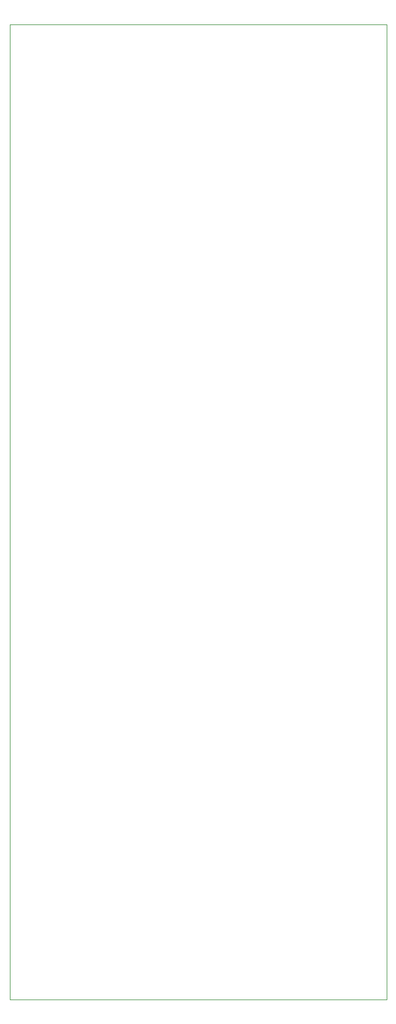
<source format=gm1>
G04 #@! TF.GenerationSoftware,KiCad,Pcbnew,5.1.6-c6e7f7d~87~ubuntu20.04.1*
G04 #@! TF.CreationDate,2020-08-06T14:16:39-04:00*
G04 #@! TF.ProjectId,Buoy_WithGSM,42756f79-5f57-4697-9468-47534d2e6b69,Leonardo Ward*
G04 #@! TF.SameCoordinates,Original*
G04 #@! TF.FileFunction,Profile,NP*
%FSLAX46Y46*%
G04 Gerber Fmt 4.6, Leading zero omitted, Abs format (unit mm)*
G04 Created by KiCad (PCBNEW 5.1.6-c6e7f7d~87~ubuntu20.04.1) date 2020-08-06 14:16:39*
%MOMM*%
%LPD*%
G01*
G04 APERTURE LIST*
G04 #@! TA.AperFunction,Profile*
%ADD10C,0.050000*%
G04 #@! TD*
G04 APERTURE END LIST*
D10*
X158724600Y-175539400D02*
X103860600Y-175539400D01*
X158724600Y-33807400D02*
X158724600Y-175539400D01*
X103860600Y-33807400D02*
X158724600Y-33807400D01*
X103860600Y-175539400D02*
X103860600Y-33807400D01*
M02*

</source>
